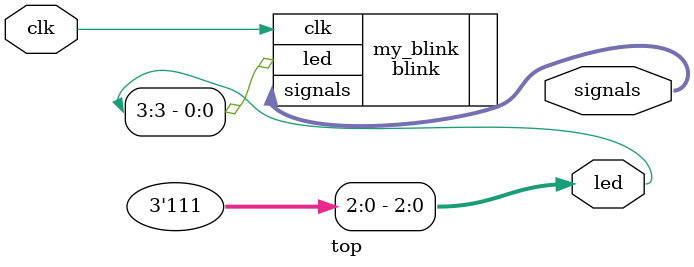
<source format=v>
/******************************************************************************
*                                                                             *
* Copyright 2016 myStorm Copyright and related                                *
* rights are licensed under the Solderpad Hardware License, Version 0.51      *
* (the “License”); you may not use this file except in compliance with        *
* the License. You may obtain a copy of the License at                        *
* http://solderpad.org/licenses/SHL-0.51. Unless required by applicable       *
* law or agreed to in writing, software, hardware and materials               *
* distributed under this License is distributed on an “AS IS” BASIS,          *
* WITHOUT WARRANTIES OR CONDITIONS OF ANY KIND, either express or             *
* implied. See the License for the specific language governing                *
* permissions and limitations under the License.                              *
*                                                                             *
******************************************************************************/
module top (
    // 25MHz clock input
    input  wire clk,
    // Led outputs
    output wire [3:0] led,
    output wire [15:0] signals
  );

  // turn other leds off (active low)
  assign led[2:0] = 3'b111;

  blink my_blink (
    .clk(clk),
    .led(led[3]),
    .signals(signals)
  );

endmodule

</source>
